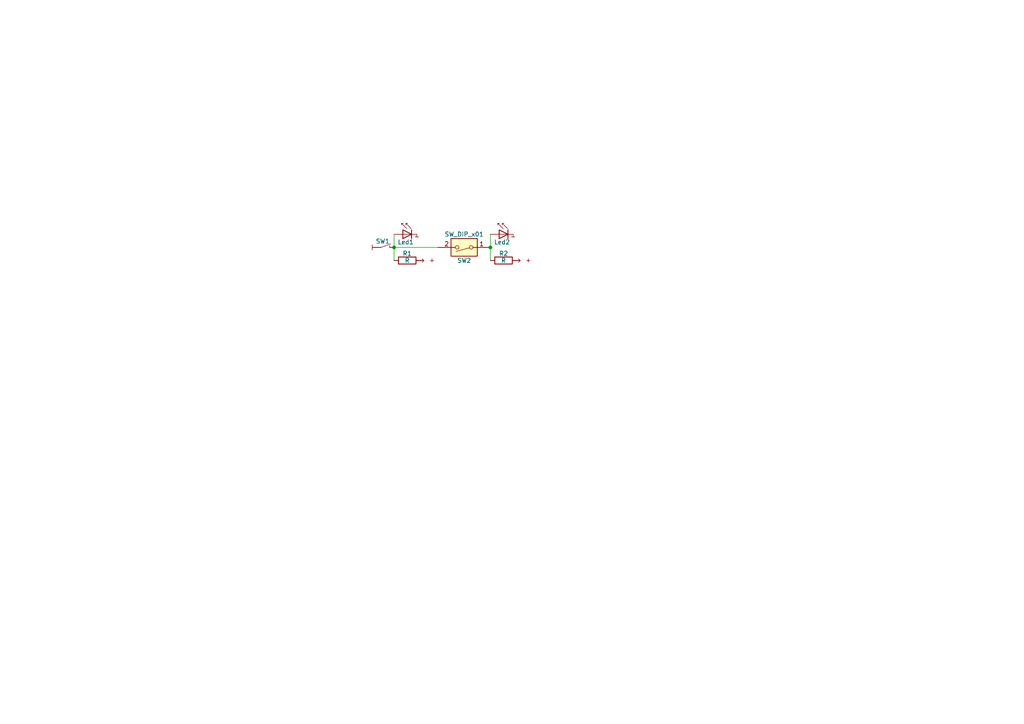
<source format=kicad_sch>
(kicad_sch (version 20230121) (generator eeschema)
  (paper "A4")
  (lib_symbols
    (symbol "Device:R" (pin_numbers hide) (pin_names (offset 0))
      (property "Reference" "R" (at 2.032 0 90))
      (property "Value" "R" (at 0 0 90))
      (symbol "R_0_1"
        (rectangle (start -1.016 -2.54) (end 1.016 2.54) (stroke (width 0.254)))
      )
      (symbol "R_1_1"
        (pin passive line (at 0 3.81 270) (length 1.27) (name "~") (number "1"))
        (pin passive line (at 0 -3.81 90) (length 1.27) (name "~") (number "2"))
      )
    )
    (symbol "Switch:SW_DIP_x01" (pin_names (offset 0) hide)
      (property "Reference" "SW" (at 0 3.81 0))
      (property "Value" "SW_DIP_x01" (at 0 -3.81 0))
      (symbol "SW_DIP_x01_0_0"
        (circle (center -2.032 0) (radius 0.508))
        (polyline (pts (xy -1.524 0.127) (xy 2.3622 1.1684)))
        (circle (center 2.032 0) (radius 0.508))
      )
      (symbol "SW_DIP_x01_0_1"
        (rectangle (start -3.81 2.54) (end 3.81 -2.54) (stroke (width 0.254)) (fill (type background)))
      )
      (symbol "SW_DIP_x01_1_1"
        (pin passive line (at -7.62 0 0) (length 5.08) (name "~") (number "1"))
        (pin passive line (at 7.62 0 180) (length 5.08) (name "~") (number "2"))
      )
    )
    (symbol "chip:GND" (power) (pin_numbers hide) (pin_names (offset 0) hide) (in_bom no) (on_board no)
      (property "Value" "GND" (at 0 0 0))
      (symbol "GND_0_1"
        (polyline (pts (xy -1.27 0.762) (xy -1.27 -0.762)))
      )
      (symbol "GND_1_1"
        (pin power_in line (at 0 0 180) (length 1.25) (name "gnd") (number "1"))
      )
    )
    (symbol "chip:LED" (pin_numbers hide) (pin_names (offset 1.016) hide)
      (property "Reference" "Led" (at 1.016 -2.286 0))
      (symbol "LED_0_1"
        (polyline (pts (xy 2.159 3.175) (xy 2.667 3.175)))
        (polyline (pts (xy 2.54 0) (xy 5.08 0)))
        (polyline (pts (xy 5.08 1.27) (xy 5.08 -1.27)) (stroke (width 0.254)))
        (polyline (pts (xy 3.683 1.651) (xy 2.159 3.175) (xy 2.159 2.667)))
        (polyline (pts (xy 6.096 -0.762) (xy 7.112 -0.762) (xy 6.858 -0.762)))
        (polyline (pts (xy 2.54 -1.27) (xy 5.08 0) (xy 2.54 1.27) (xy 2.54 -1.27)) (stroke (width 0.254)))
        (polyline (pts (xy 5.08 0) (xy 5.842 0) (xy 6.604 0) (xy 6.604 -0.762)))
        (polyline (pts (xy 4.953 1.651) (xy 3.429 3.175) (xy 3.429 2.667) (xy 3.429 3.175) (xy 3.937 3.175)))
      )
      (symbol "LED_1_1"
        (pin input line (at 0 0 0) (length 2.54) (name "IN") (number "1"))
      )
    )
    (symbol "chip:PWR" (power) (pin_numbers hide) (pin_names (offset 0) hide) (in_bom no) (on_board no)
      (property "Value" "PWR" (at 0 0 0))
      (symbol "PWR_0_1"
        (polyline (pts (xy -0.508 0.508) (xy -1.016 0) (xy -0.508 -0.508)))
      )
      (symbol "PWR_1_1"
        (text "+" (at -2.54 0 900) (effects (font (size 1.27 1.27)) (justify top)))
        (pin power_in line (at 0 0 180) (length 1) (name "pwr") (number "1"))
      )
    )
    (symbol "chip:SWITCH" (pin_numbers hide) (pin_names (offset 0) hide)
      (property "Reference" "SW" (at 1.778 1.778 0))
      (symbol "SWITCH_0_1"
        (polyline (pts (xy 1.27 0) (xy 1.27 0)))
        (polyline (pts (xy 1.27 0) (xy 4.064 1.016)))
        (polyline (pts (xy 3.81 0.508) (xy 3.81 0)))
      )
      (symbol "SWITCH_1_1"
        (pin passive line (at 0 0 0) (length 1.27) (name "IN1") (number "1"))
        (pin passive line (at 5.08 0 180) (length 1.27) (name "IN2") (number "2"))
      )
    )
  )
  (junction (at 142.24 71.755))
  (junction (at 114.3 71.755))
  (wire (pts (xy 114.3 71.755) (xy 114.3 75.565)))
  (wire (pts (xy 114.3 71.755) (xy 127 71.755)))
  (wire (pts (xy 142.24 71.755) (xy 142.24 75.565)))
  (wire (pts (xy 114.3 67.945) (xy 114.3 71.755)))
  (wire (pts (xy 142.24 67.945) (xy 142.24 71.755)))
  (symbol (lib_id "Device:R") (at 146.05 75.565 90) (unit 1)
    (property "Reference" "R2" (at 146.05 73.533 90))
    (property "Value" "R" (at 146.05 75.565 90))
  )
  (symbol (lib_id "chip:LED") (at 142.24 67.945 0) (unit 1)
    (property "Reference" "Led2" (at 143.256 70.231 0) (effects (justify left)))
  )
  (symbol (lib_id "Device:R") (at 118.11 75.565 90) (unit 1)
    (property "Reference" "R1" (at 118.11 73.533 90))
    (property "Value" "R" (at 118.11 75.565 90))
  )
  (symbol (lib_id "chip:SWITCH") (at 109.22 71.755 0) (unit 1)
    (property "Reference" "SW1" (at 110.998 69.977 0))
    (property "Value" "SWITCH" (effects hide))
    (property "Footprint" "Button_Switch_THT:SW_CW_GPTS203211B" (effects hide))
  )
  (symbol (lib_id "chip:PWR") (at 121.92 75.565 180) (unit 1) (in_bom no) (on_board no)
    (property "Reference" "#PWR01" (effects hide))
    (property "Value" "PWR" (at 121.92 75.565 0) (effects (font (size 0 0))))
  )
  (symbol (lib_id "chip:LED") (at 114.3 67.945 0) (unit 1)
    (property "Reference" "Led1" (at 115.316 70.231 0) (effects (justify left)))
  )
  (symbol (lib_id "chip:PWR") (at 149.86 75.565 180) (unit 1) (in_bom no) (on_board no)
    (property "Reference" "#PWR02" (effects hide))
    (property "Value" "PWR" (at 149.86 75.565 0) (effects (font (size 0 0))))
  )
  (symbol (lib_id "chip:GND") (at 109.22 71.755 0) (unit 1) (in_bom no) (on_board no)
    (property "Reference" "#GND02" (effects hide))
    (property "Value" "GND" (at 109.22 71.755 0) (effects (font (size 0 0))))
  )
  (symbol (lib_id "Switch:SW_DIP_x01") (at 134.62 71.755 180) (unit 1)
    (property "Reference" "SW2" (at 134.62 75.565 0))
    (property "Value" "SW_DIP_x01" (at 134.62 67.945 0))
  )
)
</source>
